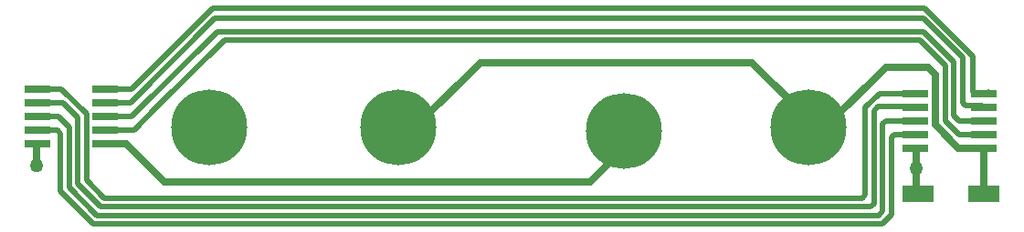
<source format=gtl>
G04*
G04 #@! TF.GenerationSoftware,Altium Limited,Altium Designer,23.9.2 (47)*
G04*
G04 Layer_Physical_Order=1*
G04 Layer_Color=255*
%FSLAX44Y44*%
%MOMM*%
G71*
G04*
G04 #@! TF.SameCoordinates,6D1C5E7F-016E-490A-A275-E21BF45CAEAA*
G04*
G04*
G04 #@! TF.FilePolarity,Positive*
G04*
G01*
G75*
%ADD14C,0.5000*%
%ADD15R,3.0000X1.5000*%
%ADD16R,2.4000X0.7600*%
%ADD20C,0.7000*%
%ADD21C,7.0500*%
%ADD22C,1.2700*%
D14*
X63000Y105100D02*
X63500Y105600D01*
X81914Y117843D02*
X84843Y114914D01*
Y61529D02*
Y114914D01*
X63500Y118300D02*
X63957Y117843D01*
X81914D01*
X84843Y61529D02*
X115373Y31000D01*
X122000D01*
X83000Y131000D02*
X93000Y121000D01*
Y64686D02*
X118686Y39000D01*
X93000Y64686D02*
Y121000D01*
X122000Y47000D02*
X836071Y47000D01*
X109000Y71314D02*
Y133314D01*
X101000Y68000D02*
Y130000D01*
X85914Y156400D02*
X109000Y133314D01*
Y71314D02*
X125314Y55000D01*
X828071D01*
X101000Y68000D02*
X122000Y47000D01*
X87300Y143700D02*
X101000Y130000D01*
X118686Y39000D02*
X122000D01*
X843314Y39000D01*
X63500Y131000D02*
X83000D01*
X63500Y143700D02*
X87300D01*
X63500Y156400D02*
X85914D01*
X150400D02*
X226000Y232000D01*
X126500Y156400D02*
X150400D01*
X228000Y222000D02*
X884686Y222000D01*
X149700Y143700D02*
X228000Y222000D01*
X126500Y143700D02*
X149700D01*
X126500Y131000D02*
X151091D01*
X230091Y210000D01*
X885000D01*
X913000Y182000D01*
X174000Y139000D02*
Y139000D01*
X237000Y202000D02*
X881686D01*
X174000Y139000D02*
X237000Y202000D01*
X153000Y118000D02*
X174000Y139000D01*
X126500Y118300D02*
X126800Y118000D01*
X153000D01*
X940500Y59000D02*
X940500Y59000D01*
X877700Y101600D02*
X879000Y100300D01*
X877500Y101600D02*
X877700D01*
X931000Y153700D02*
X932300Y152400D01*
X931000Y153700D02*
Y187000D01*
X932300Y152400D02*
X940500D01*
X905000Y127000D02*
X917700Y114300D01*
X913000Y131929D02*
X917929Y127000D01*
X913000Y131929D02*
Y182000D01*
X905000Y127000D02*
Y178686D01*
X921000Y143929D02*
X923929Y141000D01*
X884686Y222000D02*
X921000Y185686D01*
Y143929D02*
Y185686D01*
X923929Y141000D02*
X939200D01*
X881686Y202000D02*
X905000Y178686D01*
X939200Y141000D02*
X940500Y139700D01*
X917929Y127000D02*
X940500D01*
X917700Y114300D02*
X940500D01*
X886000Y232000D02*
X931000Y187000D01*
X226000Y232000D02*
X886000Y232000D01*
X857929Y114300D02*
X877500D01*
X877500Y114300D01*
X849929Y127000D02*
X877500D01*
X877500Y127000D01*
X877200Y140000D02*
X877500Y139700D01*
X842929Y140000D02*
X877200D01*
X844015Y152400D02*
X877500D01*
X877500Y152400D01*
X846627Y31000D02*
X855000Y39373D01*
Y111371D01*
X857929Y114300D01*
X831000Y57929D02*
Y139385D01*
X847000Y124071D02*
X849929Y127000D01*
X828071Y55000D02*
X831000Y57929D01*
X836071Y47000D02*
X839000Y49929D01*
X843314Y39000D02*
X847000Y42686D01*
X839000Y136071D02*
X842929Y140000D01*
X839000Y49929D02*
Y136071D01*
X847000Y42686D02*
Y124071D01*
X831000Y139385D02*
X844015Y152400D01*
X122000Y31000D02*
X846627Y31000D01*
X785000Y122000D02*
X795000D01*
X886500Y59500D02*
X887000Y59000D01*
X945000Y153700D02*
X946300Y152400D01*
D15*
X940500Y59000D02*
D03*
X879500Y59000D02*
D03*
D16*
X126500Y105600D02*
D03*
Y118300D02*
D03*
Y131000D02*
D03*
Y143700D02*
D03*
Y156400D02*
D03*
X63500Y105600D02*
D03*
Y118300D02*
D03*
Y131000D02*
D03*
Y143700D02*
D03*
Y156400D02*
D03*
X940500Y101600D02*
D03*
Y114300D02*
D03*
Y127000D02*
D03*
Y139700D02*
D03*
Y152400D02*
D03*
X877500Y101600D02*
D03*
Y114300D02*
D03*
Y127000D02*
D03*
Y139700D02*
D03*
Y152400D02*
D03*
D20*
X63000Y85000D02*
Y105300D01*
X878000Y60500D02*
Y101300D01*
X879000D01*
X878000Y60500D02*
X879500Y59000D01*
X126500Y105600D02*
X145400D01*
X181000Y70000D01*
X576000Y70000D02*
X624000Y118000D01*
X940500Y59000D02*
Y101600D01*
X896000Y123000D02*
X917400Y101600D01*
X889071Y176929D02*
X896000Y170000D01*
Y123000D02*
Y170000D01*
X849929Y176929D02*
X889071D01*
X917400Y101600D02*
X940500D01*
X474000Y181000D02*
X726000D01*
X415000Y122000D02*
X474000Y181000D01*
X726000D02*
X785000Y122000D01*
X181000Y70000D02*
X576000Y70000D01*
X795000Y122000D02*
X849929Y176929D01*
D21*
X223000Y121000D02*
D03*
X398000Y121000D02*
D03*
X778000D02*
D03*
X607000Y117000D02*
D03*
D22*
X63000Y85000D02*
D03*
X878000Y83000D02*
D03*
M02*

</source>
